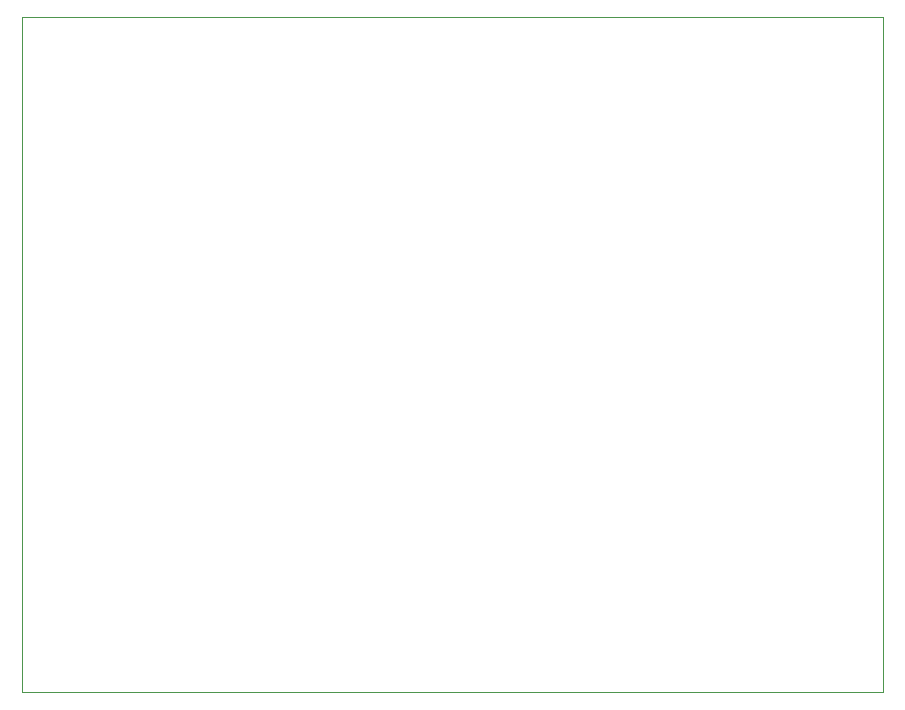
<source format=gbr>
%TF.GenerationSoftware,KiCad,Pcbnew,7.0.7*%
%TF.CreationDate,2023-08-28T12:57:19-03:00*%
%TF.ProjectId,uc3525,75633335-3235-42e6-9b69-6361645f7063,rev?*%
%TF.SameCoordinates,Original*%
%TF.FileFunction,Profile,NP*%
%FSLAX46Y46*%
G04 Gerber Fmt 4.6, Leading zero omitted, Abs format (unit mm)*
G04 Created by KiCad (PCBNEW 7.0.7) date 2023-08-28 12:57:19*
%MOMM*%
%LPD*%
G01*
G04 APERTURE LIST*
%TA.AperFunction,Profile*%
%ADD10C,0.100000*%
%TD*%
G04 APERTURE END LIST*
D10*
X65555000Y-31745000D02*
X138430000Y-31745000D01*
X138430000Y-88900000D01*
X65555000Y-88900000D01*
X65555000Y-31745000D01*
M02*

</source>
